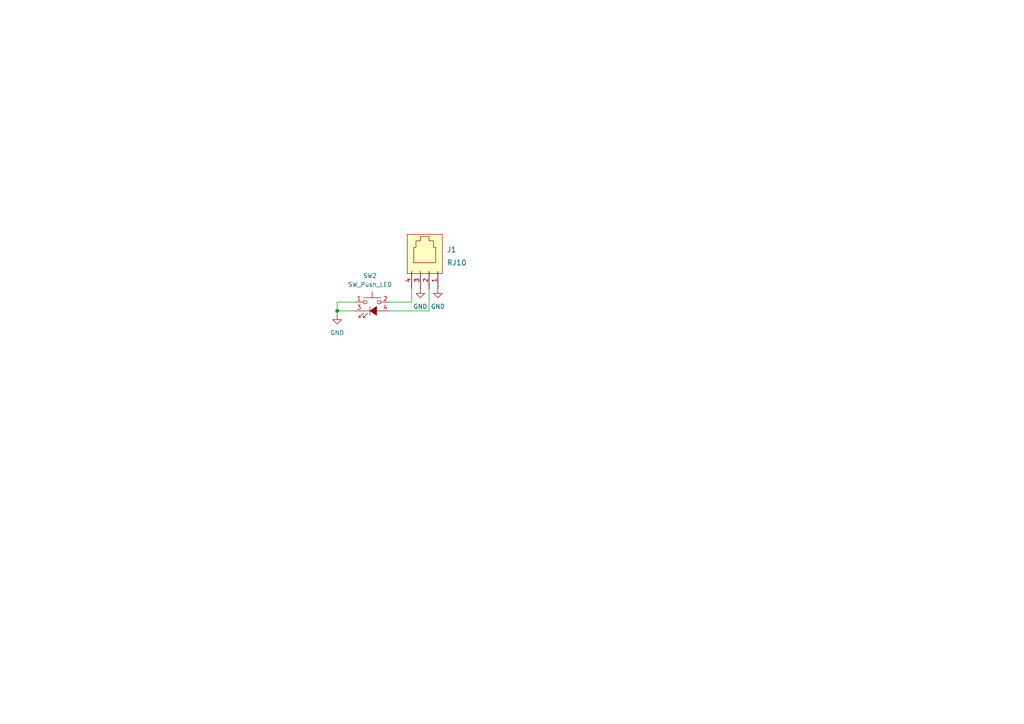
<source format=kicad_sch>
(kicad_sch (version 20211123) (generator eeschema)
  (paper "A4")
  (lib_symbols
    (symbol "Switch:SW_Push_LED" (pin_names (offset 1.016) hide)
      (property "Reference" "SW" (at 0.635 5.715 0))
      (property "Value" "SW_Push_LED" (at 0 -3.175 0))
      (symbol "SW_Push_LED_0_0"
        (polyline (pts (xy -3.81 -1.905) (xy -2.54 -0.635)))
        (polyline (pts (xy -2.54 -1.905) (xy -1.27 -0.635)))
        (polyline (pts (xy -2.54 0) (xy 2.54 0)))
        (polyline (pts (xy -0.635 1.27) (xy -0.635 -1.27)))
        (polyline (pts (xy -3.81 -1.27) (xy -3.81 -1.905) (xy -3.175 -1.905)))
        (polyline (pts (xy -2.54 -1.27) (xy -2.54 -1.905) (xy -1.905 -1.905)))
        (polyline (pts (xy -0.635 0) (xy 1.27 1.27) (xy 1.27 -1.27) (xy -0.635 0)) (fill (type outline)))
      )
      (symbol "SW_Push_LED_0_1"
        (circle (center -2.032 2.54) (radius 0.508))
        (polyline (pts (xy 0 3.81) (xy 0 5.588)))
        (polyline (pts (xy 2.54 3.81) (xy -2.54 3.81)))
        (circle (center 2.032 2.54) (radius 0.508))
        (pin passive line (at -5.08 2.54 0) (length 2.54) (name "1") (number "1"))
        (pin passive line (at 5.08 2.54 180) (length 2.54) (name "2") (number "2"))
        (pin passive line (at -5.08 0 0) (length 2.54) (name "K") (number "3"))
        (pin passive line (at 5.08 0 180) (length 2.54) (name "A") (number "4"))
      )
    )
    (symbol "kamaji:RJ10" (pin_names (offset 1.016))
      (property "Reference" "J" (at 0 1.27 0))
      (property "Value" "RJ10" (at 0 -2.54 0))
      (symbol "RJ10_1_1"
        (rectangle (start -5.08 6.985) (end 5.08 -4.445) (fill (type background)))
        (polyline (pts (xy -3.175 -1.27) (xy 3.175 -1.27) (xy 3.175 3.175) (xy 2.54 3.175) (xy 2.54 5.08) (xy 1.27 5.08) (xy 1.27 6.35) (xy -1.27 6.35) (xy -1.27 5.08) (xy -2.54 5.08) (xy -2.54 3.175) (xy -3.175 3.175) (xy -3.175 -1.27)))
        (pin input line (at 3.81 -8.89 90) (length 5.08) (name "~") (number "1"))
        (pin input line (at 1.27 -8.89 90) (length 5.08) (name "~") (number "2"))
        (pin input line (at -1.27 -8.89 90) (length 5.08) (name "~") (number "3"))
        (pin input line (at -3.81 -8.89 90) (length 5.08) (name "~") (number "4"))
      )
    )
    (symbol "power:GND" (power) (pin_names (offset 0))
      (property "Value" "GND" (at 0 -3.81 0))
      (symbol "GND_0_1"
        (polyline (pts (xy 0 0) (xy 0 -1.27) (xy 1.27 -1.27) (xy 0 -2.54) (xy -1.27 -1.27) (xy 0 -1.27)))
      )
      (symbol "GND_1_1"
        (pin power_in line (at 0 0 270) (length 0) hide (name "GND") (number "1"))
      )
    )
  )
  (junction (at 97.79 90.17))
  (wire (pts (xy 113.03 90.17) (xy 124.46 90.17)))
  (wire (pts (xy 97.79 87.63) (xy 102.87 87.63)))
  (wire (pts (xy 97.79 90.17) (xy 102.87 90.17)))
  (wire (pts (xy 97.79 91.44) (xy 97.79 90.17)))
  (wire (pts (xy 119.38 87.63) (xy 119.38 83.82)))
  (wire (pts (xy 97.79 90.17) (xy 97.79 87.63)))
  (wire (pts (xy 113.03 87.63) (xy 119.38 87.63)))
  (wire (pts (xy 124.46 83.82) (xy 124.46 90.17)))
  (symbol (lib_id "power:GND") (at 121.92 83.82 0) (unit 1)
    (property "Reference" "#PWR0101" (effects hide))
    (property "Value" "GND" (at 121.92 88.9 0))
  )
  (symbol (lib_id "Switch:SW_Push_LED") (at 107.95 90.17 0) (unit 1)
    (property "Reference" "SW2" (at 107.315 80.01 0))
    (property "Value" "SW_Push_LED" (at 107.315 82.55 0))
    (property "Footprint" "kamaji:SW_Cherry_MX_1.00u_PCB" (effects hide))
  )
  (symbol (lib_id "kamaji:RJ10") (at 123.19 74.93 0) (unit 1)
    (property "Reference" "J1" (at 129.54 72.39 0) (effects (font (size 1.524 1.524)) (justify left)))
    (property "Value" "RJ10" (at 129.54 76.2 0) (effects (font (size 1.524 1.524)) (justify left)))
    (property "Footprint" "kamaji:RJ10" (effects hide))
  )
  (symbol (lib_id "power:GND") (at 127 83.82 0) (unit 1)
    (property "Reference" "#PWR0103" (effects hide))
    (property "Value" "GND" (at 127 88.9 0))
  )
  (symbol (lib_id "power:GND") (at 97.79 91.44 0) (unit 1)
    (property "Reference" "#PWR0102" (effects hide))
    (property "Value" "GND" (at 97.79 96.52 0))
  )
)
</source>
